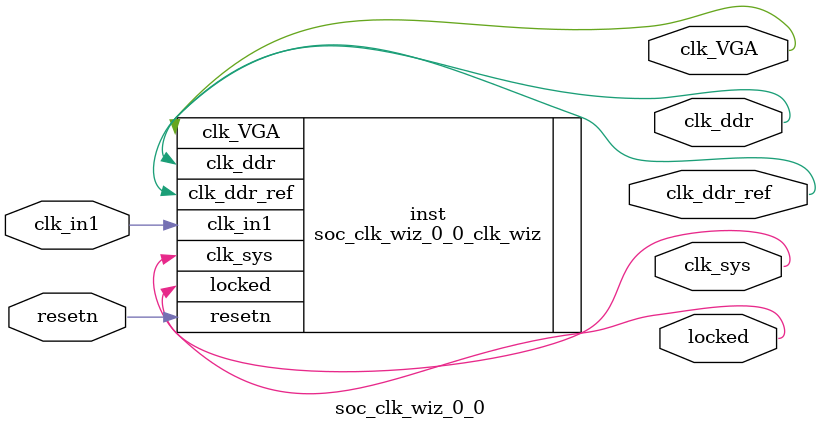
<source format=v>


`timescale 1ps/1ps

(* CORE_GENERATION_INFO = "soc_clk_wiz_0_0,clk_wiz_v6_0_0_0,{component_name=soc_clk_wiz_0_0,use_phase_alignment=true,use_min_o_jitter=false,use_max_i_jitter=false,use_dyn_phase_shift=false,use_inclk_switchover=false,use_dyn_reconfig=false,enable_axi=0,feedback_source=FDBK_AUTO,PRIMITIVE=MMCM,num_out_clk=4,clkin1_period=10.000,clkin2_period=10.000,use_power_down=false,use_reset=true,use_locked=true,use_inclk_stopped=false,feedback_type=SINGLE,CLOCK_MGR_TYPE=NA,manual_override=false}" *)

module soc_clk_wiz_0_0 
 (
  // Clock out ports
  output        clk_sys,
  output        clk_ddr_ref,
  output        clk_ddr,
  output        clk_VGA,
  // Status and control signals
  input         resetn,
  output        locked,
 // Clock in ports
  input         clk_in1
 );

  soc_clk_wiz_0_0_clk_wiz inst
  (
  // Clock out ports  
  .clk_sys(clk_sys),
  .clk_ddr_ref(clk_ddr_ref),
  .clk_ddr(clk_ddr),
  .clk_VGA(clk_VGA),
  // Status and control signals               
  .resetn(resetn), 
  .locked(locked),
 // Clock in ports
  .clk_in1(clk_in1)
  );

endmodule

</source>
